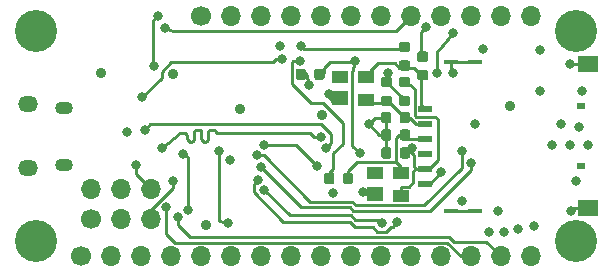
<source format=gbr>
G04 #@! TF.GenerationSoftware,KiCad,Pcbnew,(5.1.5)-3*
G04 #@! TF.CreationDate,2019-12-24T16:56:49-08:00*
G04 #@! TF.ProjectId,NBIoT Wing,4e42496f-5420-4576-996e-672e6b696361,rev?*
G04 #@! TF.SameCoordinates,Original*
G04 #@! TF.FileFunction,Copper,L4,Bot*
G04 #@! TF.FilePolarity,Positive*
%FSLAX46Y46*%
G04 Gerber Fmt 4.6, Leading zero omitted, Abs format (unit mm)*
G04 Created by KiCad (PCBNEW (5.1.5)-3) date 2019-12-24 16:56:49*
%MOMM*%
%LPD*%
G04 APERTURE LIST*
%ADD10C,1.700000*%
%ADD11O,1.700000X1.700000*%
%ADD12R,1.300000X0.450000*%
%ADD13R,1.150000X0.600000*%
%ADD14R,1.700000X1.400000*%
%ADD15R,0.800000X0.540000*%
%ADD16R,1.400000X1.200000*%
%ADD17R,1.400000X1.000000*%
%ADD18C,3.556000*%
%ADD19C,0.100000*%
%ADD20O,1.500000X1.100000*%
%ADD21O,1.700000X1.350000*%
%ADD22C,0.800000*%
%ADD23C,0.900000*%
%ADD24C,0.250000*%
G04 APERTURE END LIST*
D10*
X146050000Y-90170000D03*
D11*
X148590000Y-90170000D03*
X151130000Y-90170000D03*
X153670000Y-90170000D03*
X156210000Y-90170000D03*
X158750000Y-90170000D03*
X161290000Y-90170000D03*
X163830000Y-90170000D03*
X166370000Y-90170000D03*
X168910000Y-90170000D03*
X171450000Y-90170000D03*
X173990000Y-90170000D03*
D10*
X135890000Y-110490000D03*
D11*
X138430000Y-110490000D03*
X140970000Y-110490000D03*
X143510000Y-110490000D03*
X146050000Y-110490000D03*
X148590000Y-110490000D03*
X151130000Y-110490000D03*
X153670000Y-110490000D03*
X156210000Y-110490000D03*
X158750000Y-110490000D03*
X161290000Y-110490000D03*
X163830000Y-110490000D03*
X166370000Y-110490000D03*
X168910000Y-110490000D03*
X171450000Y-110490000D03*
X173990000Y-110490000D03*
D12*
X169256000Y-106600000D03*
X167256000Y-106600000D03*
X169256000Y-94060000D03*
X167256000Y-94060000D03*
D13*
X165086000Y-98005000D03*
X165086000Y-99275000D03*
X165086000Y-100545000D03*
X165086000Y-101815000D03*
X165086000Y-103085000D03*
X165086000Y-104355000D03*
D14*
X178816000Y-94220000D03*
D15*
X178236000Y-97790000D03*
D14*
X178816000Y-106420000D03*
D15*
X178236000Y-102870000D03*
D16*
X157840500Y-97036000D03*
D17*
X157840500Y-95316000D03*
X160040500Y-95316000D03*
X160040500Y-97216000D03*
D10*
X136779000Y-107315000D03*
D11*
X136779000Y-104775000D03*
X139319000Y-107315000D03*
X139319000Y-104775000D03*
X141859000Y-107315000D03*
X141859000Y-104775000D03*
D18*
X177800000Y-109220000D03*
X132080000Y-109220000D03*
X177800000Y-91440000D03*
X132080000Y-91440000D03*
G04 #@! TA.AperFunction,SMDPad,CuDef*
D19*
G36*
X163587691Y-98268553D02*
G01*
X163608926Y-98271703D01*
X163629750Y-98276919D01*
X163649962Y-98284151D01*
X163669368Y-98293330D01*
X163687781Y-98304366D01*
X163705024Y-98317154D01*
X163720930Y-98331570D01*
X163735346Y-98347476D01*
X163748134Y-98364719D01*
X163759170Y-98383132D01*
X163768349Y-98402538D01*
X163775581Y-98422750D01*
X163780797Y-98443574D01*
X163783947Y-98464809D01*
X163785000Y-98486250D01*
X163785000Y-98998750D01*
X163783947Y-99020191D01*
X163780797Y-99041426D01*
X163775581Y-99062250D01*
X163768349Y-99082462D01*
X163759170Y-99101868D01*
X163748134Y-99120281D01*
X163735346Y-99137524D01*
X163720930Y-99153430D01*
X163705024Y-99167846D01*
X163687781Y-99180634D01*
X163669368Y-99191670D01*
X163649962Y-99200849D01*
X163629750Y-99208081D01*
X163608926Y-99213297D01*
X163587691Y-99216447D01*
X163566250Y-99217500D01*
X163128750Y-99217500D01*
X163107309Y-99216447D01*
X163086074Y-99213297D01*
X163065250Y-99208081D01*
X163045038Y-99200849D01*
X163025632Y-99191670D01*
X163007219Y-99180634D01*
X162989976Y-99167846D01*
X162974070Y-99153430D01*
X162959654Y-99137524D01*
X162946866Y-99120281D01*
X162935830Y-99101868D01*
X162926651Y-99082462D01*
X162919419Y-99062250D01*
X162914203Y-99041426D01*
X162911053Y-99020191D01*
X162910000Y-98998750D01*
X162910000Y-98486250D01*
X162911053Y-98464809D01*
X162914203Y-98443574D01*
X162919419Y-98422750D01*
X162926651Y-98402538D01*
X162935830Y-98383132D01*
X162946866Y-98364719D01*
X162959654Y-98347476D01*
X162974070Y-98331570D01*
X162989976Y-98317154D01*
X163007219Y-98304366D01*
X163025632Y-98293330D01*
X163045038Y-98284151D01*
X163065250Y-98276919D01*
X163086074Y-98271703D01*
X163107309Y-98268553D01*
X163128750Y-98267500D01*
X163566250Y-98267500D01*
X163587691Y-98268553D01*
G37*
G04 #@! TD.AperFunction*
G04 #@! TA.AperFunction,SMDPad,CuDef*
G36*
X162012691Y-98268553D02*
G01*
X162033926Y-98271703D01*
X162054750Y-98276919D01*
X162074962Y-98284151D01*
X162094368Y-98293330D01*
X162112781Y-98304366D01*
X162130024Y-98317154D01*
X162145930Y-98331570D01*
X162160346Y-98347476D01*
X162173134Y-98364719D01*
X162184170Y-98383132D01*
X162193349Y-98402538D01*
X162200581Y-98422750D01*
X162205797Y-98443574D01*
X162208947Y-98464809D01*
X162210000Y-98486250D01*
X162210000Y-98998750D01*
X162208947Y-99020191D01*
X162205797Y-99041426D01*
X162200581Y-99062250D01*
X162193349Y-99082462D01*
X162184170Y-99101868D01*
X162173134Y-99120281D01*
X162160346Y-99137524D01*
X162145930Y-99153430D01*
X162130024Y-99167846D01*
X162112781Y-99180634D01*
X162094368Y-99191670D01*
X162074962Y-99200849D01*
X162054750Y-99208081D01*
X162033926Y-99213297D01*
X162012691Y-99216447D01*
X161991250Y-99217500D01*
X161553750Y-99217500D01*
X161532309Y-99216447D01*
X161511074Y-99213297D01*
X161490250Y-99208081D01*
X161470038Y-99200849D01*
X161450632Y-99191670D01*
X161432219Y-99180634D01*
X161414976Y-99167846D01*
X161399070Y-99153430D01*
X161384654Y-99137524D01*
X161371866Y-99120281D01*
X161360830Y-99101868D01*
X161351651Y-99082462D01*
X161344419Y-99062250D01*
X161339203Y-99041426D01*
X161336053Y-99020191D01*
X161335000Y-98998750D01*
X161335000Y-98486250D01*
X161336053Y-98464809D01*
X161339203Y-98443574D01*
X161344419Y-98422750D01*
X161351651Y-98402538D01*
X161360830Y-98383132D01*
X161371866Y-98364719D01*
X161384654Y-98347476D01*
X161399070Y-98331570D01*
X161414976Y-98317154D01*
X161432219Y-98304366D01*
X161450632Y-98293330D01*
X161470038Y-98284151D01*
X161490250Y-98276919D01*
X161511074Y-98271703D01*
X161532309Y-98268553D01*
X161553750Y-98267500D01*
X161991250Y-98267500D01*
X162012691Y-98268553D01*
G37*
G04 #@! TD.AperFunction*
G04 #@! TA.AperFunction,SMDPad,CuDef*
G36*
X162012691Y-99729053D02*
G01*
X162033926Y-99732203D01*
X162054750Y-99737419D01*
X162074962Y-99744651D01*
X162094368Y-99753830D01*
X162112781Y-99764866D01*
X162130024Y-99777654D01*
X162145930Y-99792070D01*
X162160346Y-99807976D01*
X162173134Y-99825219D01*
X162184170Y-99843632D01*
X162193349Y-99863038D01*
X162200581Y-99883250D01*
X162205797Y-99904074D01*
X162208947Y-99925309D01*
X162210000Y-99946750D01*
X162210000Y-100459250D01*
X162208947Y-100480691D01*
X162205797Y-100501926D01*
X162200581Y-100522750D01*
X162193349Y-100542962D01*
X162184170Y-100562368D01*
X162173134Y-100580781D01*
X162160346Y-100598024D01*
X162145930Y-100613930D01*
X162130024Y-100628346D01*
X162112781Y-100641134D01*
X162094368Y-100652170D01*
X162074962Y-100661349D01*
X162054750Y-100668581D01*
X162033926Y-100673797D01*
X162012691Y-100676947D01*
X161991250Y-100678000D01*
X161553750Y-100678000D01*
X161532309Y-100676947D01*
X161511074Y-100673797D01*
X161490250Y-100668581D01*
X161470038Y-100661349D01*
X161450632Y-100652170D01*
X161432219Y-100641134D01*
X161414976Y-100628346D01*
X161399070Y-100613930D01*
X161384654Y-100598024D01*
X161371866Y-100580781D01*
X161360830Y-100562368D01*
X161351651Y-100542962D01*
X161344419Y-100522750D01*
X161339203Y-100501926D01*
X161336053Y-100480691D01*
X161335000Y-100459250D01*
X161335000Y-99946750D01*
X161336053Y-99925309D01*
X161339203Y-99904074D01*
X161344419Y-99883250D01*
X161351651Y-99863038D01*
X161360830Y-99843632D01*
X161371866Y-99825219D01*
X161384654Y-99807976D01*
X161399070Y-99792070D01*
X161414976Y-99777654D01*
X161432219Y-99764866D01*
X161450632Y-99753830D01*
X161470038Y-99744651D01*
X161490250Y-99737419D01*
X161511074Y-99732203D01*
X161532309Y-99729053D01*
X161553750Y-99728000D01*
X161991250Y-99728000D01*
X162012691Y-99729053D01*
G37*
G04 #@! TD.AperFunction*
G04 #@! TA.AperFunction,SMDPad,CuDef*
G36*
X163587691Y-99729053D02*
G01*
X163608926Y-99732203D01*
X163629750Y-99737419D01*
X163649962Y-99744651D01*
X163669368Y-99753830D01*
X163687781Y-99764866D01*
X163705024Y-99777654D01*
X163720930Y-99792070D01*
X163735346Y-99807976D01*
X163748134Y-99825219D01*
X163759170Y-99843632D01*
X163768349Y-99863038D01*
X163775581Y-99883250D01*
X163780797Y-99904074D01*
X163783947Y-99925309D01*
X163785000Y-99946750D01*
X163785000Y-100459250D01*
X163783947Y-100480691D01*
X163780797Y-100501926D01*
X163775581Y-100522750D01*
X163768349Y-100542962D01*
X163759170Y-100562368D01*
X163748134Y-100580781D01*
X163735346Y-100598024D01*
X163720930Y-100613930D01*
X163705024Y-100628346D01*
X163687781Y-100641134D01*
X163669368Y-100652170D01*
X163649962Y-100661349D01*
X163629750Y-100668581D01*
X163608926Y-100673797D01*
X163587691Y-100676947D01*
X163566250Y-100678000D01*
X163128750Y-100678000D01*
X163107309Y-100676947D01*
X163086074Y-100673797D01*
X163065250Y-100668581D01*
X163045038Y-100661349D01*
X163025632Y-100652170D01*
X163007219Y-100641134D01*
X162989976Y-100628346D01*
X162974070Y-100613930D01*
X162959654Y-100598024D01*
X162946866Y-100580781D01*
X162935830Y-100562368D01*
X162926651Y-100542962D01*
X162919419Y-100522750D01*
X162914203Y-100501926D01*
X162911053Y-100480691D01*
X162910000Y-100459250D01*
X162910000Y-99946750D01*
X162911053Y-99925309D01*
X162914203Y-99904074D01*
X162919419Y-99883250D01*
X162926651Y-99863038D01*
X162935830Y-99843632D01*
X162946866Y-99825219D01*
X162959654Y-99807976D01*
X162974070Y-99792070D01*
X162989976Y-99777654D01*
X163007219Y-99764866D01*
X163025632Y-99753830D01*
X163045038Y-99744651D01*
X163065250Y-99737419D01*
X163086074Y-99732203D01*
X163107309Y-99729053D01*
X163128750Y-99728000D01*
X163566250Y-99728000D01*
X163587691Y-99729053D01*
G37*
G04 #@! TD.AperFunction*
G04 #@! TA.AperFunction,SMDPad,CuDef*
G36*
X165123691Y-94712053D02*
G01*
X165144926Y-94715203D01*
X165165750Y-94720419D01*
X165185962Y-94727651D01*
X165205368Y-94736830D01*
X165223781Y-94747866D01*
X165241024Y-94760654D01*
X165256930Y-94775070D01*
X165271346Y-94790976D01*
X165284134Y-94808219D01*
X165295170Y-94826632D01*
X165304349Y-94846038D01*
X165311581Y-94866250D01*
X165316797Y-94887074D01*
X165319947Y-94908309D01*
X165321000Y-94929750D01*
X165321000Y-95367250D01*
X165319947Y-95388691D01*
X165316797Y-95409926D01*
X165311581Y-95430750D01*
X165304349Y-95450962D01*
X165295170Y-95470368D01*
X165284134Y-95488781D01*
X165271346Y-95506024D01*
X165256930Y-95521930D01*
X165241024Y-95536346D01*
X165223781Y-95549134D01*
X165205368Y-95560170D01*
X165185962Y-95569349D01*
X165165750Y-95576581D01*
X165144926Y-95581797D01*
X165123691Y-95584947D01*
X165102250Y-95586000D01*
X164589750Y-95586000D01*
X164568309Y-95584947D01*
X164547074Y-95581797D01*
X164526250Y-95576581D01*
X164506038Y-95569349D01*
X164486632Y-95560170D01*
X164468219Y-95549134D01*
X164450976Y-95536346D01*
X164435070Y-95521930D01*
X164420654Y-95506024D01*
X164407866Y-95488781D01*
X164396830Y-95470368D01*
X164387651Y-95450962D01*
X164380419Y-95430750D01*
X164375203Y-95409926D01*
X164372053Y-95388691D01*
X164371000Y-95367250D01*
X164371000Y-94929750D01*
X164372053Y-94908309D01*
X164375203Y-94887074D01*
X164380419Y-94866250D01*
X164387651Y-94846038D01*
X164396830Y-94826632D01*
X164407866Y-94808219D01*
X164420654Y-94790976D01*
X164435070Y-94775070D01*
X164450976Y-94760654D01*
X164468219Y-94747866D01*
X164486632Y-94736830D01*
X164506038Y-94727651D01*
X164526250Y-94720419D01*
X164547074Y-94715203D01*
X164568309Y-94712053D01*
X164589750Y-94711000D01*
X165102250Y-94711000D01*
X165123691Y-94712053D01*
G37*
G04 #@! TD.AperFunction*
G04 #@! TA.AperFunction,SMDPad,CuDef*
G36*
X165123691Y-93137053D02*
G01*
X165144926Y-93140203D01*
X165165750Y-93145419D01*
X165185962Y-93152651D01*
X165205368Y-93161830D01*
X165223781Y-93172866D01*
X165241024Y-93185654D01*
X165256930Y-93200070D01*
X165271346Y-93215976D01*
X165284134Y-93233219D01*
X165295170Y-93251632D01*
X165304349Y-93271038D01*
X165311581Y-93291250D01*
X165316797Y-93312074D01*
X165319947Y-93333309D01*
X165321000Y-93354750D01*
X165321000Y-93792250D01*
X165319947Y-93813691D01*
X165316797Y-93834926D01*
X165311581Y-93855750D01*
X165304349Y-93875962D01*
X165295170Y-93895368D01*
X165284134Y-93913781D01*
X165271346Y-93931024D01*
X165256930Y-93946930D01*
X165241024Y-93961346D01*
X165223781Y-93974134D01*
X165205368Y-93985170D01*
X165185962Y-93994349D01*
X165165750Y-94001581D01*
X165144926Y-94006797D01*
X165123691Y-94009947D01*
X165102250Y-94011000D01*
X164589750Y-94011000D01*
X164568309Y-94009947D01*
X164547074Y-94006797D01*
X164526250Y-94001581D01*
X164506038Y-93994349D01*
X164486632Y-93985170D01*
X164468219Y-93974134D01*
X164450976Y-93961346D01*
X164435070Y-93946930D01*
X164420654Y-93931024D01*
X164407866Y-93913781D01*
X164396830Y-93895368D01*
X164387651Y-93875962D01*
X164380419Y-93855750D01*
X164375203Y-93834926D01*
X164372053Y-93813691D01*
X164371000Y-93792250D01*
X164371000Y-93354750D01*
X164372053Y-93333309D01*
X164375203Y-93312074D01*
X164380419Y-93291250D01*
X164387651Y-93271038D01*
X164396830Y-93251632D01*
X164407866Y-93233219D01*
X164420654Y-93215976D01*
X164435070Y-93200070D01*
X164450976Y-93185654D01*
X164468219Y-93172866D01*
X164486632Y-93161830D01*
X164506038Y-93152651D01*
X164526250Y-93145419D01*
X164547074Y-93140203D01*
X164568309Y-93137053D01*
X164589750Y-93136000D01*
X165102250Y-93136000D01*
X165123691Y-93137053D01*
G37*
G04 #@! TD.AperFunction*
G04 #@! TA.AperFunction,SMDPad,CuDef*
G36*
X162012691Y-101253053D02*
G01*
X162033926Y-101256203D01*
X162054750Y-101261419D01*
X162074962Y-101268651D01*
X162094368Y-101277830D01*
X162112781Y-101288866D01*
X162130024Y-101301654D01*
X162145930Y-101316070D01*
X162160346Y-101331976D01*
X162173134Y-101349219D01*
X162184170Y-101367632D01*
X162193349Y-101387038D01*
X162200581Y-101407250D01*
X162205797Y-101428074D01*
X162208947Y-101449309D01*
X162210000Y-101470750D01*
X162210000Y-101983250D01*
X162208947Y-102004691D01*
X162205797Y-102025926D01*
X162200581Y-102046750D01*
X162193349Y-102066962D01*
X162184170Y-102086368D01*
X162173134Y-102104781D01*
X162160346Y-102122024D01*
X162145930Y-102137930D01*
X162130024Y-102152346D01*
X162112781Y-102165134D01*
X162094368Y-102176170D01*
X162074962Y-102185349D01*
X162054750Y-102192581D01*
X162033926Y-102197797D01*
X162012691Y-102200947D01*
X161991250Y-102202000D01*
X161553750Y-102202000D01*
X161532309Y-102200947D01*
X161511074Y-102197797D01*
X161490250Y-102192581D01*
X161470038Y-102185349D01*
X161450632Y-102176170D01*
X161432219Y-102165134D01*
X161414976Y-102152346D01*
X161399070Y-102137930D01*
X161384654Y-102122024D01*
X161371866Y-102104781D01*
X161360830Y-102086368D01*
X161351651Y-102066962D01*
X161344419Y-102046750D01*
X161339203Y-102025926D01*
X161336053Y-102004691D01*
X161335000Y-101983250D01*
X161335000Y-101470750D01*
X161336053Y-101449309D01*
X161339203Y-101428074D01*
X161344419Y-101407250D01*
X161351651Y-101387038D01*
X161360830Y-101367632D01*
X161371866Y-101349219D01*
X161384654Y-101331976D01*
X161399070Y-101316070D01*
X161414976Y-101301654D01*
X161432219Y-101288866D01*
X161450632Y-101277830D01*
X161470038Y-101268651D01*
X161490250Y-101261419D01*
X161511074Y-101256203D01*
X161532309Y-101253053D01*
X161553750Y-101252000D01*
X161991250Y-101252000D01*
X162012691Y-101253053D01*
G37*
G04 #@! TD.AperFunction*
G04 #@! TA.AperFunction,SMDPad,CuDef*
G36*
X163587691Y-101253053D02*
G01*
X163608926Y-101256203D01*
X163629750Y-101261419D01*
X163649962Y-101268651D01*
X163669368Y-101277830D01*
X163687781Y-101288866D01*
X163705024Y-101301654D01*
X163720930Y-101316070D01*
X163735346Y-101331976D01*
X163748134Y-101349219D01*
X163759170Y-101367632D01*
X163768349Y-101387038D01*
X163775581Y-101407250D01*
X163780797Y-101428074D01*
X163783947Y-101449309D01*
X163785000Y-101470750D01*
X163785000Y-101983250D01*
X163783947Y-102004691D01*
X163780797Y-102025926D01*
X163775581Y-102046750D01*
X163768349Y-102066962D01*
X163759170Y-102086368D01*
X163748134Y-102104781D01*
X163735346Y-102122024D01*
X163720930Y-102137930D01*
X163705024Y-102152346D01*
X163687781Y-102165134D01*
X163669368Y-102176170D01*
X163649962Y-102185349D01*
X163629750Y-102192581D01*
X163608926Y-102197797D01*
X163587691Y-102200947D01*
X163566250Y-102202000D01*
X163128750Y-102202000D01*
X163107309Y-102200947D01*
X163086074Y-102197797D01*
X163065250Y-102192581D01*
X163045038Y-102185349D01*
X163025632Y-102176170D01*
X163007219Y-102165134D01*
X162989976Y-102152346D01*
X162974070Y-102137930D01*
X162959654Y-102122024D01*
X162946866Y-102104781D01*
X162935830Y-102086368D01*
X162926651Y-102066962D01*
X162919419Y-102046750D01*
X162914203Y-102025926D01*
X162911053Y-102004691D01*
X162910000Y-101983250D01*
X162910000Y-101470750D01*
X162911053Y-101449309D01*
X162914203Y-101428074D01*
X162919419Y-101407250D01*
X162926651Y-101387038D01*
X162935830Y-101367632D01*
X162946866Y-101349219D01*
X162959654Y-101331976D01*
X162974070Y-101316070D01*
X162989976Y-101301654D01*
X163007219Y-101288866D01*
X163025632Y-101277830D01*
X163045038Y-101268651D01*
X163065250Y-101261419D01*
X163086074Y-101256203D01*
X163107309Y-101253053D01*
X163128750Y-101252000D01*
X163566250Y-101252000D01*
X163587691Y-101253053D01*
G37*
G04 #@! TD.AperFunction*
G04 #@! TA.AperFunction,SMDPad,CuDef*
G36*
X154773691Y-94585553D02*
G01*
X154794926Y-94588703D01*
X154815750Y-94593919D01*
X154835962Y-94601151D01*
X154855368Y-94610330D01*
X154873781Y-94621366D01*
X154891024Y-94634154D01*
X154906930Y-94648570D01*
X154921346Y-94664476D01*
X154934134Y-94681719D01*
X154945170Y-94700132D01*
X154954349Y-94719538D01*
X154961581Y-94739750D01*
X154966797Y-94760574D01*
X154969947Y-94781809D01*
X154971000Y-94803250D01*
X154971000Y-95315750D01*
X154969947Y-95337191D01*
X154966797Y-95358426D01*
X154961581Y-95379250D01*
X154954349Y-95399462D01*
X154945170Y-95418868D01*
X154934134Y-95437281D01*
X154921346Y-95454524D01*
X154906930Y-95470430D01*
X154891024Y-95484846D01*
X154873781Y-95497634D01*
X154855368Y-95508670D01*
X154835962Y-95517849D01*
X154815750Y-95525081D01*
X154794926Y-95530297D01*
X154773691Y-95533447D01*
X154752250Y-95534500D01*
X154314750Y-95534500D01*
X154293309Y-95533447D01*
X154272074Y-95530297D01*
X154251250Y-95525081D01*
X154231038Y-95517849D01*
X154211632Y-95508670D01*
X154193219Y-95497634D01*
X154175976Y-95484846D01*
X154160070Y-95470430D01*
X154145654Y-95454524D01*
X154132866Y-95437281D01*
X154121830Y-95418868D01*
X154112651Y-95399462D01*
X154105419Y-95379250D01*
X154100203Y-95358426D01*
X154097053Y-95337191D01*
X154096000Y-95315750D01*
X154096000Y-94803250D01*
X154097053Y-94781809D01*
X154100203Y-94760574D01*
X154105419Y-94739750D01*
X154112651Y-94719538D01*
X154121830Y-94700132D01*
X154132866Y-94681719D01*
X154145654Y-94664476D01*
X154160070Y-94648570D01*
X154175976Y-94634154D01*
X154193219Y-94621366D01*
X154211632Y-94610330D01*
X154231038Y-94601151D01*
X154251250Y-94593919D01*
X154272074Y-94588703D01*
X154293309Y-94585553D01*
X154314750Y-94584500D01*
X154752250Y-94584500D01*
X154773691Y-94585553D01*
G37*
G04 #@! TD.AperFunction*
G04 #@! TA.AperFunction,SMDPad,CuDef*
G36*
X156348691Y-94585553D02*
G01*
X156369926Y-94588703D01*
X156390750Y-94593919D01*
X156410962Y-94601151D01*
X156430368Y-94610330D01*
X156448781Y-94621366D01*
X156466024Y-94634154D01*
X156481930Y-94648570D01*
X156496346Y-94664476D01*
X156509134Y-94681719D01*
X156520170Y-94700132D01*
X156529349Y-94719538D01*
X156536581Y-94739750D01*
X156541797Y-94760574D01*
X156544947Y-94781809D01*
X156546000Y-94803250D01*
X156546000Y-95315750D01*
X156544947Y-95337191D01*
X156541797Y-95358426D01*
X156536581Y-95379250D01*
X156529349Y-95399462D01*
X156520170Y-95418868D01*
X156509134Y-95437281D01*
X156496346Y-95454524D01*
X156481930Y-95470430D01*
X156466024Y-95484846D01*
X156448781Y-95497634D01*
X156430368Y-95508670D01*
X156410962Y-95517849D01*
X156390750Y-95525081D01*
X156369926Y-95530297D01*
X156348691Y-95533447D01*
X156327250Y-95534500D01*
X155889750Y-95534500D01*
X155868309Y-95533447D01*
X155847074Y-95530297D01*
X155826250Y-95525081D01*
X155806038Y-95517849D01*
X155786632Y-95508670D01*
X155768219Y-95497634D01*
X155750976Y-95484846D01*
X155735070Y-95470430D01*
X155720654Y-95454524D01*
X155707866Y-95437281D01*
X155696830Y-95418868D01*
X155687651Y-95399462D01*
X155680419Y-95379250D01*
X155675203Y-95358426D01*
X155672053Y-95337191D01*
X155671000Y-95315750D01*
X155671000Y-94803250D01*
X155672053Y-94781809D01*
X155675203Y-94760574D01*
X155680419Y-94739750D01*
X155687651Y-94719538D01*
X155696830Y-94700132D01*
X155707866Y-94681719D01*
X155720654Y-94664476D01*
X155735070Y-94648570D01*
X155750976Y-94634154D01*
X155768219Y-94621366D01*
X155786632Y-94610330D01*
X155806038Y-94601151D01*
X155826250Y-94593919D01*
X155847074Y-94588703D01*
X155868309Y-94585553D01*
X155889750Y-94584500D01*
X156327250Y-94584500D01*
X156348691Y-94585553D01*
G37*
G04 #@! TD.AperFunction*
D17*
X163025000Y-105344000D03*
X163025000Y-103444000D03*
X160825000Y-103444000D03*
D16*
X160825000Y-105164000D03*
D20*
X134473000Y-97885000D03*
X134473000Y-102725000D03*
D21*
X131473000Y-97575000D03*
X131473000Y-103035000D03*
G04 #@! TA.AperFunction,SMDPad,CuDef*
D19*
G36*
X157186691Y-103412053D02*
G01*
X157207926Y-103415203D01*
X157228750Y-103420419D01*
X157248962Y-103427651D01*
X157268368Y-103436830D01*
X157286781Y-103447866D01*
X157304024Y-103460654D01*
X157319930Y-103475070D01*
X157334346Y-103490976D01*
X157347134Y-103508219D01*
X157358170Y-103526632D01*
X157367349Y-103546038D01*
X157374581Y-103566250D01*
X157379797Y-103587074D01*
X157382947Y-103608309D01*
X157384000Y-103629750D01*
X157384000Y-104142250D01*
X157382947Y-104163691D01*
X157379797Y-104184926D01*
X157374581Y-104205750D01*
X157367349Y-104225962D01*
X157358170Y-104245368D01*
X157347134Y-104263781D01*
X157334346Y-104281024D01*
X157319930Y-104296930D01*
X157304024Y-104311346D01*
X157286781Y-104324134D01*
X157268368Y-104335170D01*
X157248962Y-104344349D01*
X157228750Y-104351581D01*
X157207926Y-104356797D01*
X157186691Y-104359947D01*
X157165250Y-104361000D01*
X156727750Y-104361000D01*
X156706309Y-104359947D01*
X156685074Y-104356797D01*
X156664250Y-104351581D01*
X156644038Y-104344349D01*
X156624632Y-104335170D01*
X156606219Y-104324134D01*
X156588976Y-104311346D01*
X156573070Y-104296930D01*
X156558654Y-104281024D01*
X156545866Y-104263781D01*
X156534830Y-104245368D01*
X156525651Y-104225962D01*
X156518419Y-104205750D01*
X156513203Y-104184926D01*
X156510053Y-104163691D01*
X156509000Y-104142250D01*
X156509000Y-103629750D01*
X156510053Y-103608309D01*
X156513203Y-103587074D01*
X156518419Y-103566250D01*
X156525651Y-103546038D01*
X156534830Y-103526632D01*
X156545866Y-103508219D01*
X156558654Y-103490976D01*
X156573070Y-103475070D01*
X156588976Y-103460654D01*
X156606219Y-103447866D01*
X156624632Y-103436830D01*
X156644038Y-103427651D01*
X156664250Y-103420419D01*
X156685074Y-103415203D01*
X156706309Y-103412053D01*
X156727750Y-103411000D01*
X157165250Y-103411000D01*
X157186691Y-103412053D01*
G37*
G04 #@! TD.AperFunction*
G04 #@! TA.AperFunction,SMDPad,CuDef*
G36*
X158761691Y-103412053D02*
G01*
X158782926Y-103415203D01*
X158803750Y-103420419D01*
X158823962Y-103427651D01*
X158843368Y-103436830D01*
X158861781Y-103447866D01*
X158879024Y-103460654D01*
X158894930Y-103475070D01*
X158909346Y-103490976D01*
X158922134Y-103508219D01*
X158933170Y-103526632D01*
X158942349Y-103546038D01*
X158949581Y-103566250D01*
X158954797Y-103587074D01*
X158957947Y-103608309D01*
X158959000Y-103629750D01*
X158959000Y-104142250D01*
X158957947Y-104163691D01*
X158954797Y-104184926D01*
X158949581Y-104205750D01*
X158942349Y-104225962D01*
X158933170Y-104245368D01*
X158922134Y-104263781D01*
X158909346Y-104281024D01*
X158894930Y-104296930D01*
X158879024Y-104311346D01*
X158861781Y-104324134D01*
X158843368Y-104335170D01*
X158823962Y-104344349D01*
X158803750Y-104351581D01*
X158782926Y-104356797D01*
X158761691Y-104359947D01*
X158740250Y-104361000D01*
X158302750Y-104361000D01*
X158281309Y-104359947D01*
X158260074Y-104356797D01*
X158239250Y-104351581D01*
X158219038Y-104344349D01*
X158199632Y-104335170D01*
X158181219Y-104324134D01*
X158163976Y-104311346D01*
X158148070Y-104296930D01*
X158133654Y-104281024D01*
X158120866Y-104263781D01*
X158109830Y-104245368D01*
X158100651Y-104225962D01*
X158093419Y-104205750D01*
X158088203Y-104184926D01*
X158085053Y-104163691D01*
X158084000Y-104142250D01*
X158084000Y-103629750D01*
X158085053Y-103608309D01*
X158088203Y-103587074D01*
X158093419Y-103566250D01*
X158100651Y-103546038D01*
X158109830Y-103526632D01*
X158120866Y-103508219D01*
X158133654Y-103490976D01*
X158148070Y-103475070D01*
X158163976Y-103460654D01*
X158181219Y-103447866D01*
X158199632Y-103436830D01*
X158219038Y-103427651D01*
X158239250Y-103420419D01*
X158260074Y-103415203D01*
X158281309Y-103412053D01*
X158302750Y-103411000D01*
X158740250Y-103411000D01*
X158761691Y-103412053D01*
G37*
G04 #@! TD.AperFunction*
G04 #@! TA.AperFunction,SMDPad,CuDef*
G36*
X163599691Y-93886553D02*
G01*
X163620926Y-93889703D01*
X163641750Y-93894919D01*
X163661962Y-93902151D01*
X163681368Y-93911330D01*
X163699781Y-93922366D01*
X163717024Y-93935154D01*
X163732930Y-93949570D01*
X163747346Y-93965476D01*
X163760134Y-93982719D01*
X163771170Y-94001132D01*
X163780349Y-94020538D01*
X163787581Y-94040750D01*
X163792797Y-94061574D01*
X163795947Y-94082809D01*
X163797000Y-94104250D01*
X163797000Y-94541750D01*
X163795947Y-94563191D01*
X163792797Y-94584426D01*
X163787581Y-94605250D01*
X163780349Y-94625462D01*
X163771170Y-94644868D01*
X163760134Y-94663281D01*
X163747346Y-94680524D01*
X163732930Y-94696430D01*
X163717024Y-94710846D01*
X163699781Y-94723634D01*
X163681368Y-94734670D01*
X163661962Y-94743849D01*
X163641750Y-94751081D01*
X163620926Y-94756297D01*
X163599691Y-94759447D01*
X163578250Y-94760500D01*
X163065750Y-94760500D01*
X163044309Y-94759447D01*
X163023074Y-94756297D01*
X163002250Y-94751081D01*
X162982038Y-94743849D01*
X162962632Y-94734670D01*
X162944219Y-94723634D01*
X162926976Y-94710846D01*
X162911070Y-94696430D01*
X162896654Y-94680524D01*
X162883866Y-94663281D01*
X162872830Y-94644868D01*
X162863651Y-94625462D01*
X162856419Y-94605250D01*
X162851203Y-94584426D01*
X162848053Y-94563191D01*
X162847000Y-94541750D01*
X162847000Y-94104250D01*
X162848053Y-94082809D01*
X162851203Y-94061574D01*
X162856419Y-94040750D01*
X162863651Y-94020538D01*
X162872830Y-94001132D01*
X162883866Y-93982719D01*
X162896654Y-93965476D01*
X162911070Y-93949570D01*
X162926976Y-93935154D01*
X162944219Y-93922366D01*
X162962632Y-93911330D01*
X162982038Y-93902151D01*
X163002250Y-93894919D01*
X163023074Y-93889703D01*
X163044309Y-93886553D01*
X163065750Y-93885500D01*
X163578250Y-93885500D01*
X163599691Y-93886553D01*
G37*
G04 #@! TD.AperFunction*
G04 #@! TA.AperFunction,SMDPad,CuDef*
G36*
X163599691Y-92311553D02*
G01*
X163620926Y-92314703D01*
X163641750Y-92319919D01*
X163661962Y-92327151D01*
X163681368Y-92336330D01*
X163699781Y-92347366D01*
X163717024Y-92360154D01*
X163732930Y-92374570D01*
X163747346Y-92390476D01*
X163760134Y-92407719D01*
X163771170Y-92426132D01*
X163780349Y-92445538D01*
X163787581Y-92465750D01*
X163792797Y-92486574D01*
X163795947Y-92507809D01*
X163797000Y-92529250D01*
X163797000Y-92966750D01*
X163795947Y-92988191D01*
X163792797Y-93009426D01*
X163787581Y-93030250D01*
X163780349Y-93050462D01*
X163771170Y-93069868D01*
X163760134Y-93088281D01*
X163747346Y-93105524D01*
X163732930Y-93121430D01*
X163717024Y-93135846D01*
X163699781Y-93148634D01*
X163681368Y-93159670D01*
X163661962Y-93168849D01*
X163641750Y-93176081D01*
X163620926Y-93181297D01*
X163599691Y-93184447D01*
X163578250Y-93185500D01*
X163065750Y-93185500D01*
X163044309Y-93184447D01*
X163023074Y-93181297D01*
X163002250Y-93176081D01*
X162982038Y-93168849D01*
X162962632Y-93159670D01*
X162944219Y-93148634D01*
X162926976Y-93135846D01*
X162911070Y-93121430D01*
X162896654Y-93105524D01*
X162883866Y-93088281D01*
X162872830Y-93069868D01*
X162863651Y-93050462D01*
X162856419Y-93030250D01*
X162851203Y-93009426D01*
X162848053Y-92988191D01*
X162847000Y-92966750D01*
X162847000Y-92529250D01*
X162848053Y-92507809D01*
X162851203Y-92486574D01*
X162856419Y-92465750D01*
X162863651Y-92445538D01*
X162872830Y-92426132D01*
X162883866Y-92407719D01*
X162896654Y-92390476D01*
X162911070Y-92374570D01*
X162926976Y-92360154D01*
X162944219Y-92347366D01*
X162962632Y-92336330D01*
X162982038Y-92327151D01*
X163002250Y-92319919D01*
X163023074Y-92314703D01*
X163044309Y-92311553D01*
X163065750Y-92310500D01*
X163578250Y-92310500D01*
X163599691Y-92311553D01*
G37*
G04 #@! TD.AperFunction*
G04 #@! TA.AperFunction,SMDPad,CuDef*
G36*
X163599691Y-96871053D02*
G01*
X163620926Y-96874203D01*
X163641750Y-96879419D01*
X163661962Y-96886651D01*
X163681368Y-96895830D01*
X163699781Y-96906866D01*
X163717024Y-96919654D01*
X163732930Y-96934070D01*
X163747346Y-96949976D01*
X163760134Y-96967219D01*
X163771170Y-96985632D01*
X163780349Y-97005038D01*
X163787581Y-97025250D01*
X163792797Y-97046074D01*
X163795947Y-97067309D01*
X163797000Y-97088750D01*
X163797000Y-97526250D01*
X163795947Y-97547691D01*
X163792797Y-97568926D01*
X163787581Y-97589750D01*
X163780349Y-97609962D01*
X163771170Y-97629368D01*
X163760134Y-97647781D01*
X163747346Y-97665024D01*
X163732930Y-97680930D01*
X163717024Y-97695346D01*
X163699781Y-97708134D01*
X163681368Y-97719170D01*
X163661962Y-97728349D01*
X163641750Y-97735581D01*
X163620926Y-97740797D01*
X163599691Y-97743947D01*
X163578250Y-97745000D01*
X163065750Y-97745000D01*
X163044309Y-97743947D01*
X163023074Y-97740797D01*
X163002250Y-97735581D01*
X162982038Y-97728349D01*
X162962632Y-97719170D01*
X162944219Y-97708134D01*
X162926976Y-97695346D01*
X162911070Y-97680930D01*
X162896654Y-97665024D01*
X162883866Y-97647781D01*
X162872830Y-97629368D01*
X162863651Y-97609962D01*
X162856419Y-97589750D01*
X162851203Y-97568926D01*
X162848053Y-97547691D01*
X162847000Y-97526250D01*
X162847000Y-97088750D01*
X162848053Y-97067309D01*
X162851203Y-97046074D01*
X162856419Y-97025250D01*
X162863651Y-97005038D01*
X162872830Y-96985632D01*
X162883866Y-96967219D01*
X162896654Y-96949976D01*
X162911070Y-96934070D01*
X162926976Y-96919654D01*
X162944219Y-96906866D01*
X162962632Y-96895830D01*
X162982038Y-96886651D01*
X163002250Y-96879419D01*
X163023074Y-96874203D01*
X163044309Y-96871053D01*
X163065750Y-96870000D01*
X163578250Y-96870000D01*
X163599691Y-96871053D01*
G37*
G04 #@! TD.AperFunction*
G04 #@! TA.AperFunction,SMDPad,CuDef*
G36*
X163599691Y-95296053D02*
G01*
X163620926Y-95299203D01*
X163641750Y-95304419D01*
X163661962Y-95311651D01*
X163681368Y-95320830D01*
X163699781Y-95331866D01*
X163717024Y-95344654D01*
X163732930Y-95359070D01*
X163747346Y-95374976D01*
X163760134Y-95392219D01*
X163771170Y-95410632D01*
X163780349Y-95430038D01*
X163787581Y-95450250D01*
X163792797Y-95471074D01*
X163795947Y-95492309D01*
X163797000Y-95513750D01*
X163797000Y-95951250D01*
X163795947Y-95972691D01*
X163792797Y-95993926D01*
X163787581Y-96014750D01*
X163780349Y-96034962D01*
X163771170Y-96054368D01*
X163760134Y-96072781D01*
X163747346Y-96090024D01*
X163732930Y-96105930D01*
X163717024Y-96120346D01*
X163699781Y-96133134D01*
X163681368Y-96144170D01*
X163661962Y-96153349D01*
X163641750Y-96160581D01*
X163620926Y-96165797D01*
X163599691Y-96168947D01*
X163578250Y-96170000D01*
X163065750Y-96170000D01*
X163044309Y-96168947D01*
X163023074Y-96165797D01*
X163002250Y-96160581D01*
X162982038Y-96153349D01*
X162962632Y-96144170D01*
X162944219Y-96133134D01*
X162926976Y-96120346D01*
X162911070Y-96105930D01*
X162896654Y-96090024D01*
X162883866Y-96072781D01*
X162872830Y-96054368D01*
X162863651Y-96034962D01*
X162856419Y-96014750D01*
X162851203Y-95993926D01*
X162848053Y-95972691D01*
X162847000Y-95951250D01*
X162847000Y-95513750D01*
X162848053Y-95492309D01*
X162851203Y-95471074D01*
X162856419Y-95450250D01*
X162863651Y-95430038D01*
X162872830Y-95410632D01*
X162883866Y-95392219D01*
X162896654Y-95374976D01*
X162911070Y-95359070D01*
X162926976Y-95344654D01*
X162944219Y-95331866D01*
X162962632Y-95320830D01*
X162982038Y-95311651D01*
X163002250Y-95304419D01*
X163023074Y-95299203D01*
X163044309Y-95296053D01*
X163065750Y-95295000D01*
X163578250Y-95295000D01*
X163599691Y-95296053D01*
G37*
G04 #@! TD.AperFunction*
G04 #@! TA.AperFunction,SMDPad,CuDef*
G36*
X162075691Y-95296053D02*
G01*
X162096926Y-95299203D01*
X162117750Y-95304419D01*
X162137962Y-95311651D01*
X162157368Y-95320830D01*
X162175781Y-95331866D01*
X162193024Y-95344654D01*
X162208930Y-95359070D01*
X162223346Y-95374976D01*
X162236134Y-95392219D01*
X162247170Y-95410632D01*
X162256349Y-95430038D01*
X162263581Y-95450250D01*
X162268797Y-95471074D01*
X162271947Y-95492309D01*
X162273000Y-95513750D01*
X162273000Y-95951250D01*
X162271947Y-95972691D01*
X162268797Y-95993926D01*
X162263581Y-96014750D01*
X162256349Y-96034962D01*
X162247170Y-96054368D01*
X162236134Y-96072781D01*
X162223346Y-96090024D01*
X162208930Y-96105930D01*
X162193024Y-96120346D01*
X162175781Y-96133134D01*
X162157368Y-96144170D01*
X162137962Y-96153349D01*
X162117750Y-96160581D01*
X162096926Y-96165797D01*
X162075691Y-96168947D01*
X162054250Y-96170000D01*
X161541750Y-96170000D01*
X161520309Y-96168947D01*
X161499074Y-96165797D01*
X161478250Y-96160581D01*
X161458038Y-96153349D01*
X161438632Y-96144170D01*
X161420219Y-96133134D01*
X161402976Y-96120346D01*
X161387070Y-96105930D01*
X161372654Y-96090024D01*
X161359866Y-96072781D01*
X161348830Y-96054368D01*
X161339651Y-96034962D01*
X161332419Y-96014750D01*
X161327203Y-95993926D01*
X161324053Y-95972691D01*
X161323000Y-95951250D01*
X161323000Y-95513750D01*
X161324053Y-95492309D01*
X161327203Y-95471074D01*
X161332419Y-95450250D01*
X161339651Y-95430038D01*
X161348830Y-95410632D01*
X161359866Y-95392219D01*
X161372654Y-95374976D01*
X161387070Y-95359070D01*
X161402976Y-95344654D01*
X161420219Y-95331866D01*
X161438632Y-95320830D01*
X161458038Y-95311651D01*
X161478250Y-95304419D01*
X161499074Y-95299203D01*
X161520309Y-95296053D01*
X161541750Y-95295000D01*
X162054250Y-95295000D01*
X162075691Y-95296053D01*
G37*
G04 #@! TD.AperFunction*
G04 #@! TA.AperFunction,SMDPad,CuDef*
G36*
X162075691Y-96871053D02*
G01*
X162096926Y-96874203D01*
X162117750Y-96879419D01*
X162137962Y-96886651D01*
X162157368Y-96895830D01*
X162175781Y-96906866D01*
X162193024Y-96919654D01*
X162208930Y-96934070D01*
X162223346Y-96949976D01*
X162236134Y-96967219D01*
X162247170Y-96985632D01*
X162256349Y-97005038D01*
X162263581Y-97025250D01*
X162268797Y-97046074D01*
X162271947Y-97067309D01*
X162273000Y-97088750D01*
X162273000Y-97526250D01*
X162271947Y-97547691D01*
X162268797Y-97568926D01*
X162263581Y-97589750D01*
X162256349Y-97609962D01*
X162247170Y-97629368D01*
X162236134Y-97647781D01*
X162223346Y-97665024D01*
X162208930Y-97680930D01*
X162193024Y-97695346D01*
X162175781Y-97708134D01*
X162157368Y-97719170D01*
X162137962Y-97728349D01*
X162117750Y-97735581D01*
X162096926Y-97740797D01*
X162075691Y-97743947D01*
X162054250Y-97745000D01*
X161541750Y-97745000D01*
X161520309Y-97743947D01*
X161499074Y-97740797D01*
X161478250Y-97735581D01*
X161458038Y-97728349D01*
X161438632Y-97719170D01*
X161420219Y-97708134D01*
X161402976Y-97695346D01*
X161387070Y-97680930D01*
X161372654Y-97665024D01*
X161359866Y-97647781D01*
X161348830Y-97629368D01*
X161339651Y-97609962D01*
X161332419Y-97589750D01*
X161327203Y-97568926D01*
X161324053Y-97547691D01*
X161323000Y-97526250D01*
X161323000Y-97088750D01*
X161324053Y-97067309D01*
X161327203Y-97046074D01*
X161332419Y-97025250D01*
X161339651Y-97005038D01*
X161348830Y-96985632D01*
X161359866Y-96967219D01*
X161372654Y-96949976D01*
X161387070Y-96934070D01*
X161402976Y-96919654D01*
X161420219Y-96906866D01*
X161438632Y-96895830D01*
X161458038Y-96886651D01*
X161478250Y-96879419D01*
X161499074Y-96874203D01*
X161520309Y-96871053D01*
X161541750Y-96870000D01*
X162054250Y-96870000D01*
X162075691Y-96871053D01*
G37*
G04 #@! TD.AperFunction*
D22*
X177355500Y-101028500D03*
X178879500Y-101028500D03*
X178117500Y-99504500D03*
X176593500Y-99250500D03*
X178371500Y-96456500D03*
X175831500Y-101028500D03*
X172910500Y-108204000D03*
X177800000Y-104140000D03*
X174244000Y-107950000D03*
X171196000Y-106680000D03*
X174752000Y-96520000D03*
X139787669Y-99955662D03*
X160274000Y-99314000D03*
X152781000Y-92646500D03*
X148526500Y-102362000D03*
X169291000Y-99250500D03*
X169989500Y-92900500D03*
X174752000Y-93027500D03*
X168211500Y-105791000D03*
X177292000Y-94234000D03*
X171704000Y-108458000D03*
X170434000Y-108458000D03*
X177419000Y-106680000D03*
X157226000Y-105156000D03*
X165100000Y-91079989D03*
X167386000Y-94996000D03*
X156926330Y-96737010D03*
X159766000Y-105030002D03*
D23*
X172212000Y-97790000D03*
X156357989Y-98535909D03*
X143677015Y-95036015D03*
X146494500Y-107823000D03*
X137604500Y-94996000D03*
X149352000Y-98044000D03*
D22*
X145006096Y-106581021D03*
X144526000Y-101854000D03*
X142430500Y-90106500D03*
X142105284Y-94406505D03*
X143002000Y-91186000D03*
X143129000Y-106299000D03*
X144145000Y-107188000D03*
X143673990Y-104140000D03*
X140589000Y-102743000D03*
X148336000Y-107696000D03*
X147574000Y-101600000D03*
X151384000Y-101092000D03*
X155932350Y-102854938D03*
X152971500Y-93789500D03*
X141097000Y-97028000D03*
X141351000Y-99758500D03*
X156676801Y-101320219D03*
X156260003Y-100388968D03*
X142748000Y-101346000D03*
X154434960Y-93915847D03*
X154559000Y-92710000D03*
X161925000Y-94980011D03*
X167386000Y-91529998D03*
X166052500Y-94996000D03*
X151459964Y-104830955D03*
X161376915Y-107656044D03*
X150936678Y-103978784D03*
X162709995Y-107557001D03*
X168910000Y-102616000D03*
X151132250Y-102877077D03*
X168159223Y-101599428D03*
X150829294Y-101924060D03*
X163953105Y-101294194D03*
X155257500Y-96012000D03*
X159131000Y-93980000D03*
X159512000Y-101727000D03*
X166433500Y-103378000D03*
D24*
X161747000Y-100203000D02*
X161163000Y-100203000D01*
X161163000Y-100203000D02*
X160274000Y-99314000D01*
X160782000Y-98806000D02*
X160274000Y-99314000D01*
X161772500Y-98806000D02*
X160782000Y-98806000D01*
X161772500Y-100228500D02*
X161747000Y-100203000D01*
X161772500Y-101600000D02*
X161772500Y-100228500D01*
X161747000Y-98831500D02*
X161772500Y-98806000D01*
X161747000Y-100203000D02*
X161747000Y-98831500D01*
X167256000Y-94060000D02*
X169256000Y-94060000D01*
X167256000Y-106600000D02*
X169256000Y-106600000D01*
X178816000Y-94220000D02*
X177306000Y-94220000D01*
X177306000Y-94220000D02*
X177292000Y-94234000D01*
X177482500Y-106420000D02*
X178816000Y-106420000D01*
X177419000Y-106680000D02*
X177482500Y-106420000D01*
X164719000Y-93573500D02*
X164719000Y-91460989D01*
X164719000Y-91460989D02*
X165100000Y-91079989D01*
X167256000Y-94060000D02*
X167256000Y-94866000D01*
X167256000Y-94866000D02*
X167386000Y-94996000D01*
X158158000Y-97290000D02*
X157208000Y-97290000D01*
X156926330Y-97008330D02*
X156926330Y-96737010D01*
X157208000Y-97290000D02*
X156926330Y-97008330D01*
X160825000Y-105164000D02*
X159899998Y-105164000D01*
X159899998Y-105164000D02*
X159766000Y-105030002D01*
X145006096Y-106015336D02*
X145006096Y-106581021D01*
X144526000Y-101854000D02*
X145006096Y-102108000D01*
X145006096Y-102108000D02*
X145006096Y-106015336D01*
X142030501Y-94331722D02*
X142105284Y-94406505D01*
X142430500Y-90106500D02*
X142030501Y-90506499D01*
X142030501Y-90506499D02*
X142030501Y-94331722D01*
X143002000Y-91186000D02*
X143720703Y-91403010D01*
X143720703Y-91403010D02*
X162596990Y-91403010D01*
X162596990Y-91403010D02*
X163830000Y-90170000D01*
X168109002Y-110490000D02*
X166934001Y-109314999D01*
X168910000Y-110490000D02*
X168109002Y-110490000D01*
X166934001Y-109314999D02*
X143858999Y-109314999D01*
X143858999Y-109314999D02*
X143129000Y-108585000D01*
X143129000Y-106864685D02*
X143129000Y-106299000D01*
X143129000Y-108585000D02*
X143129000Y-106864685D01*
X170237991Y-109277991D02*
X167533403Y-109277991D01*
X144145000Y-107823000D02*
X144145000Y-107188000D01*
X167120401Y-108864988D02*
X145186988Y-108864988D01*
X167533403Y-109277991D02*
X167120401Y-108864988D01*
X171450000Y-110490000D02*
X170237991Y-109277991D01*
X145186988Y-108864988D02*
X144145000Y-107823000D01*
X141859000Y-107315000D02*
X141859000Y-106520675D01*
X143673990Y-104705685D02*
X143673990Y-104140000D01*
X141859000Y-106520675D02*
X143673990Y-104705685D01*
X140589000Y-103505000D02*
X141859000Y-104775000D01*
X140589000Y-102743000D02*
X140589000Y-103505000D01*
X147570000Y-107456000D02*
X148336000Y-107696000D01*
X147574000Y-101600000D02*
X147570000Y-107456000D01*
X154169412Y-101092000D02*
X155932350Y-102854938D01*
X151384000Y-101092000D02*
X154169412Y-101092000D01*
X152405815Y-93789500D02*
X152151815Y-94043500D01*
X152971500Y-93789500D02*
X152405815Y-93789500D01*
X152151815Y-94043500D02*
X143573500Y-94043500D01*
X143573500Y-94043500D02*
X142748000Y-94869000D01*
X142748000Y-94869000D02*
X142748000Y-95377000D01*
X142748000Y-95377000D02*
X141097000Y-97028000D01*
X157076800Y-100920220D02*
X156676801Y-101320219D01*
X141798590Y-99310910D02*
X156266014Y-99310910D01*
X141351000Y-99758500D02*
X141798590Y-99310910D01*
X156266014Y-99310910D02*
X157076800Y-100121696D01*
X157076800Y-100121696D02*
X157076800Y-100920220D01*
X155694318Y-100388968D02*
X156260003Y-100388968D01*
X155344318Y-100038968D02*
X155694318Y-100388968D01*
X147434098Y-100038968D02*
X155344318Y-100038968D01*
X147407811Y-100036007D02*
X147434098Y-100038968D01*
X147382843Y-100027270D02*
X147407811Y-100036007D01*
X147290195Y-99847185D02*
X147304269Y-99869583D01*
X147224124Y-99805669D02*
X147249092Y-99814406D01*
X147197838Y-99802707D02*
X147224124Y-99805669D01*
X146834098Y-99802707D02*
X147197838Y-99802707D01*
X146807811Y-99805669D02*
X146834098Y-99802707D01*
X147327666Y-99972093D02*
X147341740Y-99994491D01*
X146782843Y-99814406D02*
X146807811Y-99805669D01*
X146760445Y-99828480D02*
X146782843Y-99814406D01*
X147271490Y-99828480D02*
X147290195Y-99847185D01*
X146741740Y-99847185D02*
X146760445Y-99828480D01*
X146727666Y-99869583D02*
X146741740Y-99847185D01*
X146718929Y-99894551D02*
X146727666Y-99869583D01*
X146715968Y-99920837D02*
X146718929Y-99894551D01*
X146715968Y-100475229D02*
X146715968Y-99920837D01*
X146708446Y-100541985D02*
X146715968Y-100475229D01*
X146686258Y-100605394D02*
X146708446Y-100541985D01*
X146650517Y-100662275D02*
X146686258Y-100605394D01*
X146603014Y-100709778D02*
X146650517Y-100662275D01*
X146546133Y-100745519D02*
X146603014Y-100709778D01*
X146482724Y-100767707D02*
X146546133Y-100745519D01*
X147313006Y-99894551D02*
X147318929Y-99947125D01*
X146415968Y-100775229D02*
X146482724Y-100767707D01*
X146349211Y-100767707D02*
X146415968Y-100775229D01*
X145450517Y-100662275D02*
X145486258Y-100605394D01*
X146181418Y-100662275D02*
X146228921Y-100709778D01*
X145403014Y-100709778D02*
X145450517Y-100662275D01*
X144886258Y-100208802D02*
X144908446Y-100272211D01*
X147304269Y-99869583D02*
X147313006Y-99894551D01*
X145215968Y-100775229D02*
X145282724Y-100767707D01*
X145346133Y-100745519D02*
X145403014Y-100709778D01*
X145149211Y-100767707D02*
X145215968Y-100775229D01*
X145085802Y-100745519D02*
X145149211Y-100767707D01*
X144746133Y-100068677D02*
X144803014Y-100104418D01*
X144981418Y-100662275D02*
X145028921Y-100709778D01*
X144923489Y-100541985D02*
X144945677Y-100605394D01*
X144615968Y-100038968D02*
X144682724Y-100046489D01*
X147318929Y-99947125D02*
X147327666Y-99972093D01*
X142748000Y-101346000D02*
X144272000Y-100076000D01*
X145486258Y-100605394D02*
X145508446Y-100541985D01*
X145282724Y-100767707D02*
X145346133Y-100745519D01*
X144272000Y-100076000D02*
X144615968Y-100038968D01*
X147360445Y-100013196D02*
X147382843Y-100027270D01*
X144915968Y-100475229D02*
X144923489Y-100541985D01*
X146113006Y-99894551D02*
X146115968Y-99920837D01*
X144803014Y-100104418D02*
X144850517Y-100151921D01*
X144850517Y-100151921D02*
X144886258Y-100208802D01*
X145634098Y-99802707D02*
X145997838Y-99802707D01*
X145028921Y-100709778D02*
X145085802Y-100745519D01*
X144682724Y-100046489D02*
X144746133Y-100068677D01*
X144908446Y-100272211D02*
X144915968Y-100338968D01*
X144945677Y-100605394D02*
X144981418Y-100662275D01*
X144915968Y-100338968D02*
X144915968Y-100475229D01*
X145508446Y-100541985D02*
X145515968Y-100475229D01*
X145515968Y-100475229D02*
X145515968Y-99920837D01*
X145515968Y-99920837D02*
X145518929Y-99894551D01*
X146285802Y-100745519D02*
X146349211Y-100767707D01*
X145518929Y-99894551D02*
X145527666Y-99869583D01*
X145541740Y-99847185D02*
X145560445Y-99828480D01*
X145527666Y-99869583D02*
X145541740Y-99847185D01*
X147341740Y-99994491D02*
X147360445Y-100013196D01*
X146049092Y-99814406D02*
X146071490Y-99828480D01*
X145560445Y-99828480D02*
X145582843Y-99814406D01*
X145582843Y-99814406D02*
X145607811Y-99805669D01*
X147249092Y-99814406D02*
X147271490Y-99828480D01*
X146228921Y-100709778D02*
X146285802Y-100745519D01*
X145607811Y-99805669D02*
X145634098Y-99802707D01*
X145997838Y-99802707D02*
X146024124Y-99805669D01*
X146024124Y-99805669D02*
X146049092Y-99814406D01*
X146071490Y-99828480D02*
X146090195Y-99847185D01*
X146090195Y-99847185D02*
X146104269Y-99869583D01*
X146104269Y-99869583D02*
X146113006Y-99894551D01*
X146115968Y-99920837D02*
X146115968Y-100475229D01*
X146115968Y-100475229D02*
X146123489Y-100541985D01*
X146123489Y-100541985D02*
X146145677Y-100605394D01*
X146145677Y-100605394D02*
X146181418Y-100662275D01*
X153770990Y-94014132D02*
X153869275Y-93915847D01*
X153869275Y-93915847D02*
X154434960Y-93915847D01*
X153770990Y-95858990D02*
X153770990Y-94014132D01*
X155374012Y-97462012D02*
X153770990Y-95858990D01*
X158072733Y-99153235D02*
X156381510Y-97462012D01*
X157283989Y-103073511D02*
X157283989Y-101716404D01*
X156381510Y-97462012D02*
X155374012Y-97462012D01*
X156946500Y-103411000D02*
X157283989Y-103073511D01*
X157283989Y-101716404D02*
X158072733Y-100927661D01*
X156946500Y-103886000D02*
X156946500Y-103411000D01*
X158072733Y-100927661D02*
X158072733Y-99153235D01*
X163322000Y-92938500D02*
X154787500Y-92938500D01*
X154787500Y-92938500D02*
X154559000Y-92710000D01*
X163322000Y-96997000D02*
X163322000Y-97434500D01*
X161925000Y-95859500D02*
X161925000Y-94980011D01*
X163062500Y-96997000D02*
X163322000Y-96997000D01*
X161925000Y-95859500D02*
X163062500Y-96997000D01*
X166052500Y-93154500D02*
X167386000Y-91529998D01*
X166052500Y-94996000D02*
X166052500Y-93154500D01*
X153643042Y-107014033D02*
X158752388Y-107014033D01*
X161101916Y-107381045D02*
X161376915Y-107656044D01*
X159119399Y-107381045D02*
X161101916Y-107381045D01*
X158752388Y-107014033D02*
X159119399Y-107381045D01*
X151459964Y-104830955D02*
X153643042Y-107014033D01*
X150536679Y-105070679D02*
X153030022Y-107564022D01*
X150936678Y-103978784D02*
X150536679Y-104378783D01*
X160651913Y-108004046D02*
X161028913Y-108381046D01*
X153030022Y-107564022D02*
X158665966Y-107564022D01*
X161724917Y-108381046D02*
X162148963Y-107957000D01*
X162309996Y-107957000D02*
X162709995Y-107557001D01*
X161028913Y-108381046D02*
X161724917Y-108381046D01*
X162148963Y-107957000D02*
X162309996Y-107957000D01*
X158665966Y-107564022D02*
X159105990Y-108004046D01*
X159105990Y-108004046D02*
X160651913Y-108004046D01*
X150536679Y-104378783D02*
X150536679Y-105070679D01*
X154586185Y-106331012D02*
X151532249Y-103277076D01*
X165472673Y-106619012D02*
X158993777Y-106619012D01*
X158705777Y-106331012D02*
X154586185Y-106331012D01*
X158993777Y-106619012D02*
X158705777Y-106331012D01*
X151532249Y-103277076D02*
X151132250Y-102877077D01*
X168910000Y-103181685D02*
X165472673Y-106619012D01*
X168910000Y-102616000D02*
X168910000Y-103181685D01*
X164969501Y-106169001D02*
X159180177Y-106169001D01*
X168159223Y-101599428D02*
X168159223Y-102979279D01*
X158892177Y-105881001D02*
X155351920Y-105881001D01*
X155351920Y-105881001D02*
X151394979Y-101924060D01*
X151394979Y-101924060D02*
X150829294Y-101924060D01*
X168159223Y-102979279D02*
X164969501Y-106169001D01*
X159180177Y-106169001D02*
X158892177Y-105881001D01*
X164837000Y-99275000D02*
X165086000Y-99275000D01*
X163322000Y-98780500D02*
X163347500Y-98806000D01*
X161889500Y-97470000D02*
X161925000Y-97434500D01*
X160358000Y-97470000D02*
X161889500Y-97470000D01*
X161976000Y-97434500D02*
X163347500Y-98806000D01*
X161925000Y-97434500D02*
X161976000Y-97434500D01*
X164261000Y-99275000D02*
X165086000Y-99275000D01*
X163347500Y-98806000D02*
X163785000Y-98806000D01*
X164254000Y-99275000D02*
X164261000Y-99275000D01*
X163785000Y-98806000D02*
X164254000Y-99275000D01*
X164811000Y-100545000D02*
X165086000Y-100545000D01*
X163664000Y-100545000D02*
X163322000Y-100203000D01*
X162884500Y-100203000D02*
X163322000Y-100203000D01*
X163025000Y-102936000D02*
X162584990Y-102495990D01*
X165086000Y-100545000D02*
X163664000Y-100545000D01*
X162584990Y-100502510D02*
X162884500Y-100203000D01*
X162584990Y-102495990D02*
X162584990Y-100502510D01*
X162553970Y-102527010D02*
X159283490Y-102527010D01*
X162584990Y-102495990D02*
X162553970Y-102527010D01*
X158521500Y-103289000D02*
X158521500Y-103886000D01*
X159283490Y-102527010D02*
X158521500Y-103289000D01*
X163025000Y-102936000D02*
X163025000Y-103444000D01*
X164084000Y-94513500D02*
X164719000Y-95148500D01*
X163322000Y-94513500D02*
X164084000Y-94513500D01*
X164719000Y-97638000D02*
X165086000Y-98005000D01*
X164719000Y-95148500D02*
X164719000Y-97638000D01*
X161034002Y-94143998D02*
X162477498Y-94143998D01*
X162477498Y-94143998D02*
X162847000Y-94513500D01*
X160358000Y-94820000D02*
X161034002Y-94143998D01*
X160358000Y-95570000D02*
X160358000Y-94820000D01*
X162847000Y-94513500D02*
X163322000Y-94513500D01*
X164583000Y-103085000D02*
X165086000Y-103085000D01*
X164261000Y-103085000D02*
X164084000Y-102908000D01*
X163785000Y-101600000D02*
X163347500Y-101600000D01*
X164084000Y-101899000D02*
X163785000Y-101600000D01*
X164084000Y-102908000D02*
X164084000Y-101899000D01*
X163653306Y-101294194D02*
X163347500Y-101600000D01*
X163953105Y-101294194D02*
X163653306Y-101294194D01*
X154940000Y-94996000D02*
X154914500Y-94996000D01*
X155257500Y-96012000D02*
X154940000Y-94996000D01*
X163155010Y-105213990D02*
X163025000Y-105213990D01*
X163225000Y-105144000D02*
X163155010Y-105213990D01*
X164185999Y-96349999D02*
X164185999Y-98565001D01*
X164185999Y-98565001D02*
X164270997Y-98649999D01*
X166116000Y-98844998D02*
X166116000Y-102330000D01*
X163322000Y-95961000D02*
X163797000Y-95961000D01*
X165361000Y-103085000D02*
X165086000Y-103085000D01*
X165921001Y-98649999D02*
X166116000Y-98844998D01*
X166116000Y-102330000D02*
X165361000Y-103085000D01*
X164270997Y-98649999D02*
X165921001Y-98649999D01*
X163797000Y-95961000D02*
X164185999Y-96349999D01*
X163025000Y-104594000D02*
X163034500Y-104584500D01*
X163025000Y-105344000D02*
X163025000Y-104594000D01*
X164050001Y-104204001D02*
X164050001Y-103295999D01*
X164050001Y-103295999D02*
X164261000Y-103085000D01*
X163669502Y-104584500D02*
X164050001Y-104204001D01*
X164261000Y-103085000D02*
X165086000Y-103085000D01*
X163034500Y-104584500D02*
X163669502Y-104584500D01*
X159131000Y-93980000D02*
X158481789Y-94000933D01*
X158481789Y-94000933D02*
X157009567Y-94000933D01*
X157009567Y-94000933D02*
X156489500Y-94521000D01*
X156489500Y-94521000D02*
X156489500Y-94996000D01*
X159131000Y-93980000D02*
X158881788Y-94966617D01*
X158881788Y-94966617D02*
X158881788Y-100755016D01*
X158881788Y-100755016D02*
X158881788Y-101096788D01*
X158881788Y-101096788D02*
X159512000Y-101727000D01*
X165456500Y-104355000D02*
X165086000Y-104355000D01*
X166433500Y-103378000D02*
X165456500Y-104355000D01*
M02*

</source>
